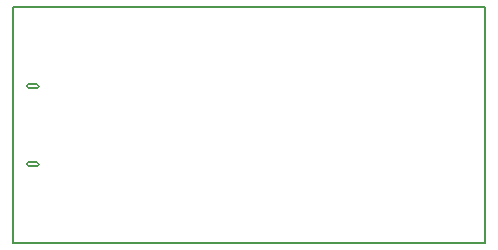
<source format=gm1>
G04 #@! TF.FileFunction,Profile,NP*
%FSLAX46Y46*%
G04 Gerber Fmt 4.6, Leading zero omitted, Abs format (unit mm)*
G04 Created by KiCad (PCBNEW 4.0.6) date Tue Sep  5 19:33:10 2017*
%MOMM*%
%LPD*%
G01*
G04 APERTURE LIST*
%ADD10C,0.150000*%
G04 APERTURE END LIST*
D10*
X139700000Y-78400000D02*
X139700000Y-98400000D01*
X179700000Y-78400000D02*
X139700000Y-78400000D01*
X179700000Y-98400000D02*
X179700000Y-78400000D01*
X139700000Y-98400000D02*
X179700000Y-98400000D01*
X141750000Y-84927140D02*
X141050000Y-84927140D01*
X141750000Y-85277140D02*
X141050000Y-85277140D01*
X141050000Y-84927140D02*
G75*
G03X141050000Y-85277140I0J-175000D01*
G01*
X141750000Y-85277140D02*
G75*
G03X141750000Y-84927140I0J175000D01*
G01*
X141750000Y-91527140D02*
X141050000Y-91527140D01*
X141750000Y-91877140D02*
X141050000Y-91877140D01*
X141050000Y-91527140D02*
G75*
G03X141050000Y-91877140I0J-175000D01*
G01*
X141750000Y-91877140D02*
G75*
G03X141750000Y-91527140I0J175000D01*
G01*
M02*

</source>
